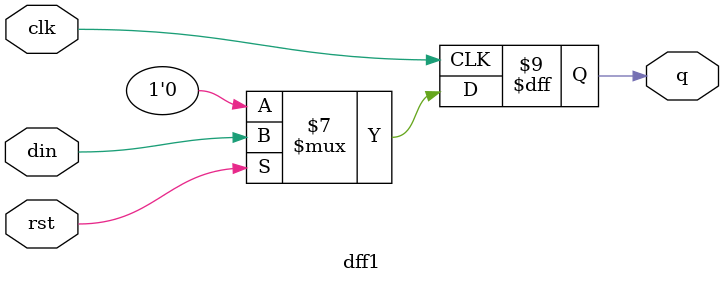
<source format=v>
module dff1(
            input clk,rst,din,
            output reg q
             );
   // assign qn=~q;
    always@(posedge clk)
        begin
            if(!rst)
                q<=0;
            else 
                begin
                   if(din==1)
                       q<=din;
                   else
                       q<=din;
                end
        end
endmodule

</source>
